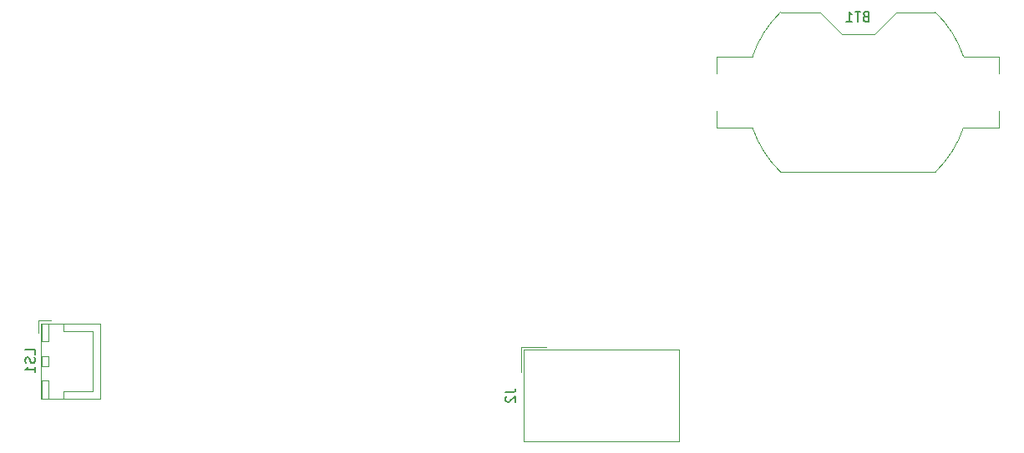
<source format=gbr>
G04 #@! TF.GenerationSoftware,KiCad,Pcbnew,(5.1.5)-3*
G04 #@! TF.CreationDate,2020-09-12T22:58:36+09:00*
G04 #@! TF.ProjectId,acrylic_nixie_clock,61637279-6c69-4635-9f6e-697869655f63,rev?*
G04 #@! TF.SameCoordinates,Original*
G04 #@! TF.FileFunction,Legend,Bot*
G04 #@! TF.FilePolarity,Positive*
%FSLAX46Y46*%
G04 Gerber Fmt 4.6, Leading zero omitted, Abs format (unit mm)*
G04 Created by KiCad (PCBNEW (5.1.5)-3) date 2020-09-12 22:58:36*
%MOMM*%
%LPD*%
G04 APERTURE LIST*
%ADD10C,0.120000*%
%ADD11C,0.150000*%
G04 APERTURE END LIST*
D10*
X78820000Y-87927500D02*
X84790000Y-87927500D01*
X84790000Y-87927500D02*
X84790000Y-95547500D01*
X84790000Y-95547500D02*
X78820000Y-95547500D01*
X78820000Y-95547500D02*
X78820000Y-87927500D01*
X78830000Y-91237500D02*
X79580000Y-91237500D01*
X79580000Y-91237500D02*
X79580000Y-92237500D01*
X79580000Y-92237500D02*
X78830000Y-92237500D01*
X78830000Y-92237500D02*
X78830000Y-91237500D01*
X78830000Y-87937500D02*
X79580000Y-87937500D01*
X79580000Y-87937500D02*
X79580000Y-89737500D01*
X79580000Y-89737500D02*
X78830000Y-89737500D01*
X78830000Y-89737500D02*
X78830000Y-87937500D01*
X78830000Y-93737500D02*
X79580000Y-93737500D01*
X79580000Y-93737500D02*
X79580000Y-95537500D01*
X79580000Y-95537500D02*
X78830000Y-95537500D01*
X78830000Y-95537500D02*
X78830000Y-93737500D01*
X81080000Y-87937500D02*
X81080000Y-88687500D01*
X81080000Y-88687500D02*
X84030000Y-88687500D01*
X84030000Y-88687500D02*
X84030000Y-91737500D01*
X81080000Y-95537500D02*
X81080000Y-94787500D01*
X81080000Y-94787500D02*
X84030000Y-94787500D01*
X84030000Y-94787500D02*
X84030000Y-91737500D01*
X78530000Y-88887500D02*
X78530000Y-87637500D01*
X78530000Y-87637500D02*
X79780000Y-87637500D01*
X127682500Y-99925000D02*
X143462500Y-99925000D01*
X143462500Y-99925000D02*
X143462500Y-90575000D01*
X143462500Y-90575000D02*
X127682500Y-90575000D01*
X127682500Y-90575000D02*
X127682500Y-99925000D01*
X127432500Y-90325000D02*
X129972500Y-90325000D01*
X127432500Y-90325000D02*
X127432500Y-92865000D01*
X153762130Y-56340711D02*
G75*
G03X150915500Y-60842500I7845370J-8111789D01*
G01*
X169452870Y-72564289D02*
G75*
G03X172299500Y-68062500I-7845370J8111789D01*
G01*
X169452870Y-56340711D02*
G75*
G02X172299500Y-60842500I-7845370J-8111789D01*
G01*
X153762130Y-72564289D02*
G75*
G02X150915500Y-68062500I7845370J8111789D01*
G01*
X147297500Y-62552500D02*
X147297500Y-60842500D01*
X150915500Y-60842500D02*
X147297500Y-60842500D01*
X157747500Y-56342500D02*
X153760200Y-56342500D01*
X159947500Y-58542500D02*
X157747500Y-56342500D01*
X163267500Y-58542500D02*
X159947500Y-58542500D01*
X163267500Y-58542500D02*
X165467500Y-56342500D01*
X169454800Y-56342500D02*
X165467500Y-56342500D01*
X175917500Y-62552500D02*
X175917500Y-60842500D01*
X175917500Y-60842500D02*
X172299500Y-60842500D01*
X172299500Y-68062500D02*
X175917500Y-68062500D01*
X175917500Y-66352500D02*
X175917500Y-68062500D01*
X153760200Y-72562500D02*
X169454800Y-72562500D01*
X147297500Y-66352500D02*
X147297500Y-68062500D01*
X147297500Y-68062500D02*
X150915500Y-68062500D01*
D11*
X78182380Y-91094642D02*
X78182380Y-90618452D01*
X77182380Y-90618452D01*
X78134761Y-91380357D02*
X78182380Y-91523214D01*
X78182380Y-91761309D01*
X78134761Y-91856547D01*
X78087142Y-91904166D01*
X77991904Y-91951785D01*
X77896666Y-91951785D01*
X77801428Y-91904166D01*
X77753809Y-91856547D01*
X77706190Y-91761309D01*
X77658571Y-91570833D01*
X77610952Y-91475595D01*
X77563333Y-91427976D01*
X77468095Y-91380357D01*
X77372857Y-91380357D01*
X77277619Y-91427976D01*
X77230000Y-91475595D01*
X77182380Y-91570833D01*
X77182380Y-91808928D01*
X77230000Y-91951785D01*
X78182380Y-92904166D02*
X78182380Y-92332738D01*
X78182380Y-92618452D02*
X77182380Y-92618452D01*
X77325238Y-92523214D01*
X77420476Y-92427976D01*
X77468095Y-92332738D01*
X125880880Y-94916666D02*
X126595166Y-94916666D01*
X126738023Y-94869047D01*
X126833261Y-94773809D01*
X126880880Y-94630952D01*
X126880880Y-94535714D01*
X125976119Y-95345238D02*
X125928500Y-95392857D01*
X125880880Y-95488095D01*
X125880880Y-95726190D01*
X125928500Y-95821428D01*
X125976119Y-95869047D01*
X126071357Y-95916666D01*
X126166595Y-95916666D01*
X126309452Y-95869047D01*
X126880880Y-95297619D01*
X126880880Y-95916666D01*
X162393214Y-56761071D02*
X162250357Y-56808690D01*
X162202738Y-56856309D01*
X162155119Y-56951547D01*
X162155119Y-57094404D01*
X162202738Y-57189642D01*
X162250357Y-57237261D01*
X162345595Y-57284880D01*
X162726547Y-57284880D01*
X162726547Y-56284880D01*
X162393214Y-56284880D01*
X162297976Y-56332500D01*
X162250357Y-56380119D01*
X162202738Y-56475357D01*
X162202738Y-56570595D01*
X162250357Y-56665833D01*
X162297976Y-56713452D01*
X162393214Y-56761071D01*
X162726547Y-56761071D01*
X161869404Y-56284880D02*
X161297976Y-56284880D01*
X161583690Y-57284880D02*
X161583690Y-56284880D01*
X160440833Y-57284880D02*
X161012261Y-57284880D01*
X160726547Y-57284880D02*
X160726547Y-56284880D01*
X160821785Y-56427738D01*
X160917023Y-56522976D01*
X161012261Y-56570595D01*
M02*

</source>
